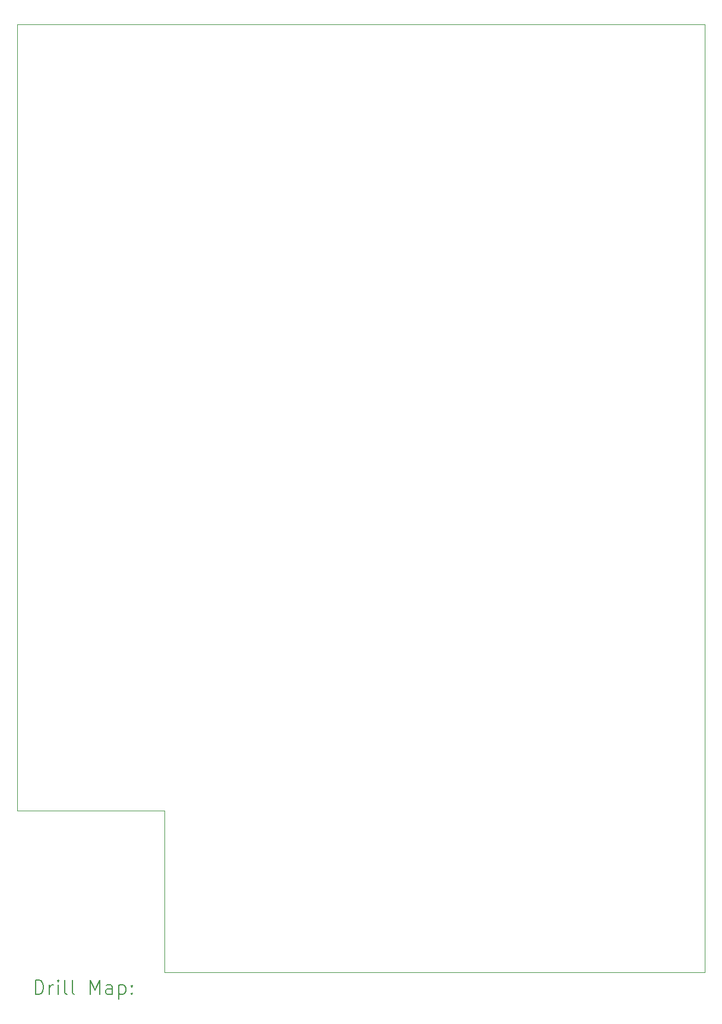
<source format=gbr>
%TF.GenerationSoftware,KiCad,Pcbnew,8.0.3*%
%TF.CreationDate,2024-09-16T17:54:27+02:00*%
%TF.ProjectId,DMH_VCO_40106_PCB,444d485f-5643-44f5-9f34-303130365f50,1*%
%TF.SameCoordinates,Original*%
%TF.FileFunction,Drillmap*%
%TF.FilePolarity,Positive*%
%FSLAX45Y45*%
G04 Gerber Fmt 4.5, Leading zero omitted, Abs format (unit mm)*
G04 Created by KiCad (PCBNEW 8.0.3) date 2024-09-16 17:54:27*
%MOMM*%
%LPD*%
G01*
G04 APERTURE LIST*
%ADD10C,0.050000*%
%ADD11C,0.200000*%
G04 APERTURE END LIST*
D10*
X14900000Y-19750000D02*
X14900000Y-6250000D01*
X14900000Y-6250000D02*
X5100000Y-6250000D01*
X7200000Y-17450000D02*
X7200000Y-19750000D01*
X5100000Y-6250000D02*
X5100000Y-17450000D01*
X5100000Y-17450000D02*
X7200000Y-17450000D01*
X7200000Y-19750000D02*
X14900000Y-19750000D01*
D11*
X5358277Y-20063984D02*
X5358277Y-19863984D01*
X5358277Y-19863984D02*
X5405896Y-19863984D01*
X5405896Y-19863984D02*
X5434467Y-19873508D01*
X5434467Y-19873508D02*
X5453515Y-19892555D01*
X5453515Y-19892555D02*
X5463039Y-19911603D01*
X5463039Y-19911603D02*
X5472563Y-19949698D01*
X5472563Y-19949698D02*
X5472563Y-19978270D01*
X5472563Y-19978270D02*
X5463039Y-20016365D01*
X5463039Y-20016365D02*
X5453515Y-20035412D01*
X5453515Y-20035412D02*
X5434467Y-20054460D01*
X5434467Y-20054460D02*
X5405896Y-20063984D01*
X5405896Y-20063984D02*
X5358277Y-20063984D01*
X5558277Y-20063984D02*
X5558277Y-19930650D01*
X5558277Y-19968746D02*
X5567801Y-19949698D01*
X5567801Y-19949698D02*
X5577324Y-19940174D01*
X5577324Y-19940174D02*
X5596372Y-19930650D01*
X5596372Y-19930650D02*
X5615420Y-19930650D01*
X5682086Y-20063984D02*
X5682086Y-19930650D01*
X5682086Y-19863984D02*
X5672562Y-19873508D01*
X5672562Y-19873508D02*
X5682086Y-19883031D01*
X5682086Y-19883031D02*
X5691610Y-19873508D01*
X5691610Y-19873508D02*
X5682086Y-19863984D01*
X5682086Y-19863984D02*
X5682086Y-19883031D01*
X5805896Y-20063984D02*
X5786848Y-20054460D01*
X5786848Y-20054460D02*
X5777324Y-20035412D01*
X5777324Y-20035412D02*
X5777324Y-19863984D01*
X5910658Y-20063984D02*
X5891610Y-20054460D01*
X5891610Y-20054460D02*
X5882086Y-20035412D01*
X5882086Y-20035412D02*
X5882086Y-19863984D01*
X6139229Y-20063984D02*
X6139229Y-19863984D01*
X6139229Y-19863984D02*
X6205896Y-20006841D01*
X6205896Y-20006841D02*
X6272562Y-19863984D01*
X6272562Y-19863984D02*
X6272562Y-20063984D01*
X6453515Y-20063984D02*
X6453515Y-19959222D01*
X6453515Y-19959222D02*
X6443991Y-19940174D01*
X6443991Y-19940174D02*
X6424943Y-19930650D01*
X6424943Y-19930650D02*
X6386848Y-19930650D01*
X6386848Y-19930650D02*
X6367801Y-19940174D01*
X6453515Y-20054460D02*
X6434467Y-20063984D01*
X6434467Y-20063984D02*
X6386848Y-20063984D01*
X6386848Y-20063984D02*
X6367801Y-20054460D01*
X6367801Y-20054460D02*
X6358277Y-20035412D01*
X6358277Y-20035412D02*
X6358277Y-20016365D01*
X6358277Y-20016365D02*
X6367801Y-19997317D01*
X6367801Y-19997317D02*
X6386848Y-19987793D01*
X6386848Y-19987793D02*
X6434467Y-19987793D01*
X6434467Y-19987793D02*
X6453515Y-19978270D01*
X6548753Y-19930650D02*
X6548753Y-20130650D01*
X6548753Y-19940174D02*
X6567801Y-19930650D01*
X6567801Y-19930650D02*
X6605896Y-19930650D01*
X6605896Y-19930650D02*
X6624943Y-19940174D01*
X6624943Y-19940174D02*
X6634467Y-19949698D01*
X6634467Y-19949698D02*
X6643991Y-19968746D01*
X6643991Y-19968746D02*
X6643991Y-20025889D01*
X6643991Y-20025889D02*
X6634467Y-20044936D01*
X6634467Y-20044936D02*
X6624943Y-20054460D01*
X6624943Y-20054460D02*
X6605896Y-20063984D01*
X6605896Y-20063984D02*
X6567801Y-20063984D01*
X6567801Y-20063984D02*
X6548753Y-20054460D01*
X6729705Y-20044936D02*
X6739229Y-20054460D01*
X6739229Y-20054460D02*
X6729705Y-20063984D01*
X6729705Y-20063984D02*
X6720182Y-20054460D01*
X6720182Y-20054460D02*
X6729705Y-20044936D01*
X6729705Y-20044936D02*
X6729705Y-20063984D01*
X6729705Y-19940174D02*
X6739229Y-19949698D01*
X6739229Y-19949698D02*
X6729705Y-19959222D01*
X6729705Y-19959222D02*
X6720182Y-19949698D01*
X6720182Y-19949698D02*
X6729705Y-19940174D01*
X6729705Y-19940174D02*
X6729705Y-19959222D01*
M02*

</source>
